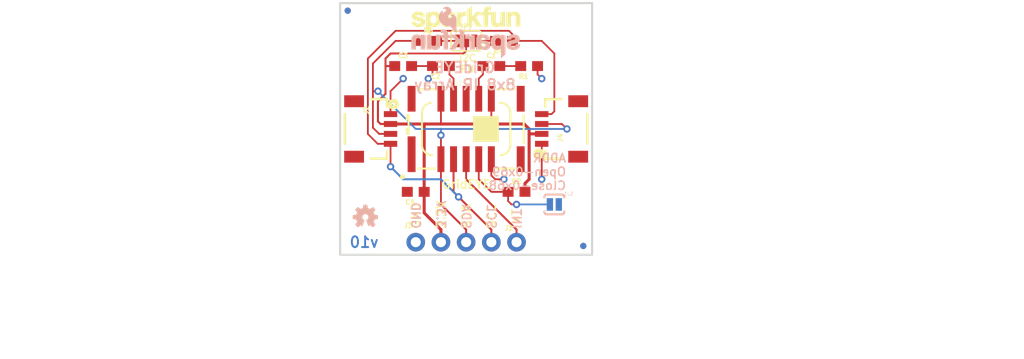
<source format=kicad_pcb>
(kicad_pcb (version 20211014) (generator pcbnew)
  (layers (0 "F.Cu" signal) (31 "B.Cu" signal) (34 "B.Paste" user) (35 "F.Paste" user) (36 "B.SilkS" user "B.Silkscreen") (37 "F.SilkS" user "F.Silkscreen") (38 "B.Mask" user) (39 "F.Mask" user) (44 "Edge.Cuts" user))
  (net 0 "")
  (net 1 "3.3V")
  (net 2 "GND")
  (net 3 "SCL")
  (net 4 "SDA")
  (net 5 "ADDR")
  (net 6 "N$1")
  (net 7 "N$2")
  (net 8 "INT")
  (net 9 "N$3")
  (net 10 "N$4")
  (net 11 "N$5")
  (footprint "boardEagle:SMT-JUMPER_3_2-NC_PASTE_SILK" (layer "F.Cu") (at 148.5011 96.1136)
    (fp_text reference "JP7" (at 0 -1.143) (layer "F.SilkS") (effects (font (size 0.48768 0.48768) (thickness 0.12192)) (justify bottom)))
    (fp_text value "")
    (pad "1" smd rect (at -0.8128 0) (size 0.635 1.27) (layers "F.Cu" "F.Mask") (net 6 "N$1"))
    (pad "2" smd rect (at 0 0) (size 0.635 1.27) (layers "F.Cu" "F.Mask") (net 1 "3.3V"))
    (pad "3" smd rect (at 0.8128 0) (size 0.635 1.27) (layers "F.Cu" "F.Mask") (net 7 "N$2"))
  )
  (footprint "boardEagle:0603" (layer "F.Cu") (at 143.4211 111.3536 180)
    (fp_text reference "C4" (at 0 -0.762 180) (layer "F.SilkS") (effects (font (size 0.48768 0.48768) (thickness 0.12192)) (justify right top)))
    (fp_text value "0.1uF")
    (pad "1" smd rect (at -0.85 0 180) (size 1.1 1) (layers "F.Cu" "F.Paste" "F.Mask") (net 1 "3.3V"))
    (pad "2" smd rect (at 0.85 0 180) (size 1.1 1) (layers "F.Cu" "F.Paste" "F.Mask") (net 2 "GND"))
  )
  (footprint "boardEagle:MICRO-FIDUCIAL" (layer "F.Cu") (at 160.3121 116.8146)
    (fp_text reference "JP2" hide)
    (fp_text value "FIDUCIALUFIDUCIAL" hide)
    (pad "1" smd roundrect (at 0 0) (size 0.635 0.635) (layers "F.Cu" "F.Mask") (roundrect_rratio 0.5))
  )
  (footprint "boardEagle:CREATIVE_COMMONS" (layer "F.Cu") (at 121.8311 125.3236)
    (fp_text reference "FRAME1" hide)
    (fp_text value "FRAME-LETTER" hide)
  )
  (footprint "boardEagle:0603" (layer "F.Cu") (at 152.3111 96.1136 180)
    (fp_text reference "R4" (at 0 -0.762 180) (layer "F.SilkS") (effects (font (size 0.48768 0.48768) (thickness 0.12192)) (justify right top)))
    (fp_text value "4.7k")
    (pad "1" smd rect (at -0.85 0 180) (size 1.1 1) (layers "F.Cu" "F.Paste" "F.Mask") (net 3 "SCL"))
    (pad "2" smd rect (at 0.85 0 180) (size 1.1 1) (layers "F.Cu" "F.Paste" "F.Mask") (net 7 "N$2"))
  )
  (footprint "boardEagle:1X01_NO_SILK" (layer "F.Cu") (at 153.5811 116.4336)
    (fp_text reference "J1" (at -1.27 -1.143) (layer "F.SilkS") (effects (font (size 0.48768 0.48768) (thickness 0.12192)) (justify left bottom)))
    (fp_text value "")
    (pad "1" thru_hole circle (at 0 0 90) (size 1.8796 1.8796) (drill 1.016) (layers *.Cu *.Mask) (net 8 "INT"))
  )
  (footprint "boardEagle:0603" (layer "F.Cu") (at 142.1511 98.6536)
    (fp_text reference "C3" (at 0 -0.762) (layer "F.SilkS") (effects (font (size 0.48768 0.48768) (thickness 0.12192)) (justify bottom)))
    (fp_text value "10uF")
    (pad "1" smd rect (at -0.85 0) (size 1.1 1) (layers "F.Cu" "F.Paste" "F.Mask") (net 1 "3.3V"))
    (pad "2" smd rect (at 0.85 0) (size 1.1 1) (layers "F.Cu" "F.Paste" "F.Mask") (net 2 "GND"))
  )
  (footprint "boardEagle:GRIDEYE-AMG88" (layer "F.Cu") (at 148.5011 105.0036)
    (fp_text reference "U2" (at -1.2 -4.4) (layer "F.SilkS") (effects (font (size 0.373888 0.373888) (thickness 0.032512)) (justify left bottom)))
    (fp_text value "GRIDEYE")
    (pad "1" smd rect (at -5.5 2.55) (size 0.8 3.6) (layers "F.Cu" "F.Paste" "F.Mask"))
    (pad "2" smd rect (at -2.54 3.05) (size 0.7 2.6) (layers "F.Cu" "F.Paste" "F.Mask") (net 4 "SDA"))
    (pad "3" smd rect (at -1.27 3.05) (size 0.7 2.6) (layers "F.Cu" "F.Paste" "F.Mask") (net 3 "SCL"))
    (pad "4" smd rect (at 0 3.05) (size 0.7 2.6) (layers "F.Cu" "F.Paste" "F.Mask") (net 8 "INT"))
    (pad "5" smd rect (at 1.27 3.05) (size 0.7 2.6) (layers "F.Cu" "F.Paste" "F.Mask") (net 5 "ADDR"))
    (pad "6" smd rect (at 2.54 3.05) (size 0.7 2.6) (layers "F.Cu" "F.Paste" "F.Mask") (net 2 "GND"))
    (pad "7" smd rect (at 5.5 3.05) (size 0.8 2.6) (layers "F.Cu" "F.Paste" "F.Mask"))
    (pad "8" smd rect (at 5.5 -3.05) (size 0.8 2.6) (layers "F.Cu" "F.Paste" "F.Mask"))
    (pad "9" smd rect (at 2.54 -3.05 180) (size 0.7 2.6) (layers "F.Cu" "F.Paste" "F.Mask") (net 1 "3.3V"))
    (pad "10" smd rect (at 1.27 -3.05 180) (size 0.7 2.6) (layers "F.Cu" "F.Paste" "F.Mask") (net 10 "N$4"))
    (pad "11" smd rect (at 0 -3.05 180) (size 0.7 2.6) (layers "F.Cu" "F.Paste" "F.Mask"))
    (pad "12" smd rect (at -1.27 -3.05 180) (size 0.7 2.6) (layers "F.Cu" "F.Paste" "F.Mask") (net 9 "N$3"))
    (pad "13" smd rect (at -2.54 -3.05 180) (size 0.7 2.6) (layers "F.Cu" "F.Paste" "F.Mask") (net 1 "3.3V"))
    (pad "14" smd rect (at -5.5 -3.05) (size 0.8 2.6) (layers "F.Cu" "F.Paste" "F.Mask"))
  )
  (footprint "boardEagle:0603" (layer "F.Cu") (at 145.9611 98.6536 180)
    (fp_text reference "C2" (at 0 -0.762 180) (layer "F.SilkS") (effects (font (size 0.48768 0.48768) (thickness 0.12192)) (justify right top)))
    (fp_text value "2.2uF")
    (pad "1" smd rect (at -0.85 0 180) (size 1.1 1) (layers "F.Cu" "F.Paste" "F.Mask") (net 9 "N$3"))
    (pad "2" smd rect (at 0.85 0 180) (size 1.1 1) (layers "F.Cu" "F.Paste" "F.Mask") (net 2 "GND"))
  )
  (footprint "boardEagle:MICRO-FIDUCIAL" (layer "F.Cu") (at 136.5631 93.0656)
    (fp_text reference "JP6" hide)
    (fp_text value "FIDUCIALUFIDUCIAL" hide)
    (pad "1" smd roundrect (at 0 0) (size 0.635 0.635) (layers "F.Cu" "F.Mask") (roundrect_rratio 0.5))
  )
  (footprint "boardEagle:1X04_1MM_RA" (layer "F.Cu") (at 156.1211 105.0036 90)
    (fp_text reference "J4" (at -1.397 2.159 90) (layer "F.SilkS") (effects (font (size 0.48768 0.48768) (thickness 0.12192)) (justify left bottom)))
    (fp_text value "SMD")
    (pad "1" smd rect (at -1.5 0 90) (size 0.6 1.35) (layers "F.Cu" "F.Paste" "F.Mask") (net 2 "GND"))
    (pad "2" smd rect (at -0.5 0 90) (size 0.6 1.35) (layers "F.Cu" "F.Paste" "F.Mask") (net 1 "3.3V"))
    (pad "3" smd rect (at 0.5 0 90) (size 0.6 1.35) (layers "F.Cu" "F.Paste" "F.Mask") (net 4 "SDA"))
    (pad "4" smd rect (at 1.5 0 90) (size 0.6 1.35) (layers "F.Cu" "F.Paste" "F.Mask") (net 3 "SCL"))
    (pad "NC1" smd rect (at 2.8 3.675 90) (size 1.2 2) (layers "F.Cu" "F.Paste" "F.Mask"))
    (pad "NC2" smd rect (at -2.8 3.675 90) (size 1.2 2) (layers "F.Cu" "F.Paste" "F.Mask"))
  )
  (footprint "boardEagle:REVISION" (layer "F.Cu") (at 133.2611 127.8636)
    (fp_text reference "LOGO2" hide)
    (fp_text value "REVISION" hide)
  )
  (footprint "boardEagle:1X04_NO_SILK" (layer "F.Cu") (at 143.4211 116.4336)
    (fp_text reference "J3" (at -1.27 -1.397) (layer "F.SilkS") (effects (font (size 0.48768 0.48768) (thickness 0.12192)) (justify left bottom)))
    (fp_text value "PTH")
    (pad "1" thru_hole circle (at 0 0 90) (size 1.8796 1.8796) (drill 1.016) (layers *.Cu *.Mask) (net 2 "GND"))
    (pad "2" thru_hole circle (at 2.54 0 90) (size 1.8796 1.8796) (drill 1.016) (layers *.Cu *.Mask) (net 1 "3.3V"))
    (pad "3" thru_hole circle (at 5.08 0 90) (size 1.8796 1.8796) (drill 1.016) (layers *.Cu *.Mask) (net 4 "SDA"))
    (pad "4" thru_hole circle (at 7.62 0 90) (size 1.8796 1.8796) (drill 1.016) (layers *.Cu *.Mask) (net 3 "SCL"))
  )
  (footprint "boardEagle:STAND-OFF" (layer "F.Cu") (at 138.3411 94.8436)
    (fp_text reference "JP3" hide)
    (fp_text value "STAND-OFF" hide)
    (pad "" np_thru_hole circle (at 0 0) (size 3.302 3.302) (drill 3.302) (layers *.Cu *.Mask))
  )
  (footprint "boardEagle:0603" (layer "F.Cu") (at 154.8511 98.6536 180)
    (fp_text reference "R1" (at 0 -0.762 180) (layer "F.SilkS") (effects (font (size 0.48768 0.48768) (thickness 0.12192)) (justify right top)))
    (fp_text value "20")
    (pad "1" smd rect (at -0.85 0 180) (size 1.1 1) (layers "F.Cu" "F.Paste" "F.Mask") (net 2 "GND"))
    (pad "2" smd rect (at 0.85 0 180) (size 1.1 1) (layers "F.Cu" "F.Paste" "F.Mask") (net 11 "N$5"))
  )
  (footprint "boardEagle:0603" (layer "F.Cu") (at 151.0411 98.6536)
    (fp_text reference "C1" (at 0 -0.762) (layer "F.SilkS") (effects (font (size 0.48768 0.48768) (thickness 0.12192)) (justify bottom)))
    (fp_text value "1.0uF")
    (pad "1" smd rect (at -0.85 0) (size 1.1 1) (layers "F.Cu" "F.Paste" "F.Mask") (net 10 "N$4"))
    (pad "2" smd rect (at 0.85 0) (size 1.1 1) (layers "F.Cu" "F.Paste" "F.Mask") (net 11 "N$5"))
  )
  (footprint "boardEagle:1X04_1MM_RA" (layer "F.Cu") (at 140.8811 105.0036 -90)
    (fp_text reference "J2" (at -1.397 2.159 -90) (layer "F.SilkS") (effects (font (size 0.48768 0.48768) (thickness 0.12192)) (justify left bottom)))
    (fp_text value "SMD")
    (pad "1" smd rect (at -1.5 0 270) (size 0.6 1.35) (layers "F.Cu" "F.Paste" "F.Mask") (net 2 "GND"))
    (pad "2" smd rect (at -0.5 0 270) (size 0.6 1.35) (layers "F.Cu" "F.Paste" "F.Mask") (net 1 "3.3V"))
    (pad "3" smd rect (at 0.5 0 270) (size 0.6 1.35) (layers "F.Cu" "F.Paste" "F.Mask") (net 4 "SDA"))
    (pad "4" smd rect (at 1.5 0 270) (size 0.6 1.35) (layers "F.Cu" "F.Paste" "F.Mask") (net 3 "SCL"))
    (pad "NC1" smd rect (at 2.8 3.675 270) (size 1.2 2) (layers "F.Cu" "F.Paste" "F.Mask"))
    (pad "NC2" smd rect (at -2.8 3.675 270) (size 1.2 2) (layers "F.Cu" "F.Paste" "F.Mask"))
  )
  (footprint "boardEagle:0603" (layer "F.Cu") (at 153.5811 111.3536)
    (fp_text reference "R2" (at 0 -0.762) (layer "F.SilkS") (effects (font (size 0.48768 0.48768) (thickness 0.12192)) (justify bottom)))
    (fp_text value "10k")
    (pad "1" smd rect (at -0.85 0) (size 1.1 1) (layers "F.Cu" "F.Paste" "F.Mask") (net 5 "ADDR"))
    (pad "2" smd rect (at 0.85 0) (size 1.1 1) (layers "F.Cu" "F.Paste" "F.Mask") (net 1 "3.3V"))
  )
  (footprint "boardEagle:STAND-OFF" (layer "F.Cu") (at 158.6611 94.8436)
    (fp_text reference "JP4" hide)
    (fp_text value "STAND-OFF" hide)
    (pad "" np_thru_hole circle (at 0 0) (size 3.302 3.302) (drill 3.302) (layers *.Cu *.Mask))
  )
  (footprint "boardEagle:SFE_LOGO_NAME_.1" (layer "F.Cu") (at 142.5321 95.9866)
    (fp_text reference "U$1" hide)
    (fp_text value "SFE_LOGO_NAME.1_INCH" hide)
  )
  (footprint "boardEagle:0603" (layer "F.Cu") (at 144.6911 96.1136)
    (fp_text reference "R5" (at 0 -0.762) (layer "F.SilkS") (effects (font (size 0.48768 0.48768) (thickness 0.12192)) (justify bottom)))
    (fp_text value "4.7k")
    (pad "1" smd rect (at -0.85 0) (size 1.1 1) (layers "F.Cu" "F.Paste" "F.Mask") (net 4 "SDA"))
    (pad "2" smd rect (at 0.85 0) (size 1.1 1) (layers "F.Cu" "F.Paste" "F.Mask") (net 6 "N$1"))
  )
  (footprint "boardEagle:MICRO-FIDUCIAL" (layer "B.Cu") (at 136.5631 93.0656 180)
    (fp_text reference "JP5" hide)
    (fp_text value "FIDUCIALUFIDUCIAL" hide)
    (pad "1" smd roundrect (at 0 0 180) (size 0.635 0.635) (layers "B.Cu" "B.Mask") (roundrect_rratio 0.5))
  )
  (footprint "boardEagle:SJ_2S-NO" (layer "B.Cu") (at 157.3911 112.6236 180)
    (fp_text reference "SJ1" (at -0.908 1.27) (layer "B.SilkS") (effects (font (size 0.373888 0.373888) (thickness 0.032512)) (justify right top mirror)))
    (fp_text value "")
    (pad "1" smd rect (at -0.45 0 180) (size 0.635 1.27) (layers "B.Cu" "B.Mask") (net 2 "GND"))
    (pad "2" smd rect (at 0.45 0 180) (size 0.635 1.27) (layers "B.Cu" "B.Mask") (net 5 "ADDR"))
  )
  (footprint "boardEagle:MICRO-FIDUCIAL" (layer "B.Cu") (at 160.3121 116.8146 180)
    (fp_text reference "JP1" hide)
    (fp_text value "FIDUCIALUFIDUCIAL" hide)
    (pad "1" smd roundrect (at 0 0 180) (size 0.635 0.635) (layers "B.Cu" "B.Mask") (roundrect_rratio 0.5))
  )
  (footprint "boardEagle:SFE_LOGO_NAME_FLAME_.1" (layer "B.Cu") (at 154.3431 97.8916 180)
    (fp_text reference "U$2" hide)
    (fp_text value "SFE_LOGO_NAME_FLAME.1_INCH" hide)
  )
  (footprint "boardEagle:OSHW-LOGO-MINI" (layer "B.Cu") (at 138.3411 113.8936 180)
    (fp_text reference "LOGO1" hide)
    (fp_text value "OSHW-LOGOMINI" hide)
  )
  (gr_line (start 161.2011 117.7036) (end 135.8011 117.7036) (layer "Edge.Cuts") (width 0.2032))
  (gr_line (start 161.2011 92.3036) (end 161.2011 117.7036) (layer "Edge.Cuts") (width 0.2032))
  (gr_line (start 135.8011 117.7036) (end 135.8011 92.3036) (layer "Edge.Cuts") (width 0.2032))
  (gr_line (start 135.8011 92.3036) (end 161.2011 92.3036) (layer "Edge.Cuts") (width 0.2032))
  (gr_text "v10" (at 138.2141 116.4336) (layer "B.Cu") (effects (font (size 1.0795 1.0795) (thickness 0.1905)) (justify mirror)))
  (gr_text "GND" (at 143.4211 115.1636 -90) (layer "B.SilkS") (effects (font (size 0.8636 0.8636) (thickness 0.1524)) (justify left mirror)))
  (gr_text "3.3V" (at 145.9611 115.1636 -90) (layer "B.SilkS") (effects (font (size 0.8636 0.8636) (thickness 0.1524)) (justify left mirror)))
  (gr_text "SCL" (at 151.0411 115.1636 -90) (layer "B.SilkS") (effects (font (size 0.8636 0.8636) (thickness 0.1524)) (justify left mirror)))
  (gr_text "ADDR\nOpen-0x69\nClose-0x68" (at 158.6611 111.2266) (layer "B.SilkS") (effects (font (size 0.8636 0.8636) (thickness 0.1524)) (justify left bottom mirror)))
  (gr_text "INT" (at 153.5811 115.1636 -90) (layer "B.SilkS") (effects (font (size 0.8636 0.8636) (thickness 0.1524)) (justify left mirror)))
  (gr_text "SDA" (at 148.5011 115.1636 -90) (layer "B.SilkS") (effects (font (size 0.8636 0.8636) (thickness 0.1524)) (justify left mirror)))
  (gr_text "GridEYE\n8x8 IR Array" (at 148.3741 99.6696) (layer "B.SilkS") (effects (font (size 1.0795 1.0795) (thickness 0.1905)) (justify mirror)))
  (gr_text "3.3V" (at 145.9611 115.1636 90) (layer "F.SilkS") (effects (font (size 0.8636 0.8636) (thickness 0.1524)) (justify left)))
  (gr_text "GND" (at 143.4211 115.1636 90) (layer "F.SilkS") (effects (font (size 0.8636 0.8636) (thickness 0.1524)) (justify left)))
  (gr_text "INT" (at 153.5811 115.1636 90) (layer "F.SilkS") (effects (font (size 0.8636 0.8636) (thickness 0.1524)) (justify left)))
  (gr_text "SDA" (at 148.5011 115.1636 90) (layer "F.SilkS") (effects (font (size 0.8636 0.8636) (thickness 0.1524)) (justify left)))
  (gr_text "GridEYE" (at 148.5011 110.5916) (layer "F.SilkS") (effects (font (size 0.8636 0.8636) (thickness 0.1524))))
  (gr_text "SCL" (at 151.0411 115.1636 90) (layer "F.SilkS") (effects (font (size 0.8636 0.8636) (thickness 0.1524)) (justify left)))
  (gr_text "I2C\nPU" (at 148.6281 98.3996) (layer "F.SilkS") (effects (font (size 0.69088 0.69088) (thickness 0.12192))))
  (segment (start 145.9611 104.5036) (end 145.9611 101.9536) (width 0.1778) (layer "F.Cu") (net 1))
  (segment (start 145.9611 116.4336) (end 145.9611 115.1636) (width 0.3048) (layer "F.Cu") (net 1))
  (segment (start 140.8731 104.4956) (end 140.8811 104.5036) (width 0.1778) (layer "F.Cu") (net 1))
  (segment (start 145.9611 104.5036) (end 151.0411 104.5036) (width 0.3048) (layer "F.Cu") (net 1))
  (segment (start 144.2711 111.3536) (end 144.2711 104.5426) (width 0.3048) (layer "F.Cu") (net 1))
  (segment (start 154.4311 111.3536) (end 154.4311 110.5036) (width 0.3048) (layer "F.Cu") (net 1))
  (segment (start 154.3511 104.5036) (end 154.8511 105.0036) (width 0.3048) (layer "F.Cu") (net 1))
  (segment (start 154.8591 105.5036) (end 154.8511 105.5116) (width 0.1778) (layer "F.Cu") (net 1))
  (segment (start 151.0411 104.5036) (end 154.3511 104.5036) (width 0.3048) (layer "F.Cu") (net 1))
  (segment (start 140.8811 104.5036) (end 144.3101 104.5036) (width 0.3048) (layer "F.Cu") (net 1))
  (segment (start 144.2711 104.5426) (end 144.3101 104.5036) (width 0.1778) (layer "F.Cu") (net 1))
  (segment (start 144.3101 104.5036) (end 145.9611 104.5036) (width 0.3048) (layer "F.Cu") (net 1))
  (segment (start 139.6111 102.2096) (end 140.3731 101.4476) (width 0.2032) (layer "F.Cu") (net 1))
  (segment (start 148.5011 96.1136) (end 148.5011 97.1296) (width 0.1778) (layer "F.Cu") (net 1))
  (segment (start 140.8811 104.5036) (end 139.8731 104.5036) (width 0.2032) (layer "F.Cu") (net 1))
  (segment (start 139.8731 104.5036) (end 139.6111 104.2416) (width 0.2032) (layer "F.Cu") (net 1))
  (segment (start 148.2471 97.3836) (end 141.8971 97.3836) (width 0.1778) (layer "F.Cu") (net 1))
  (segment (start 144.2711 111.3536) (end 144.2711 113.4736) (width 0.3048) (layer "F.Cu") (net 1))
  (segment (start 139.6111 104.2416) (end 139.6111 102.2096) (width 0.2032) (layer "F.Cu") (net 1))
  (segment (start 145.9611 115.1636) (end 144.2711 113.4736) (width 0.3048) (layer "F.Cu") (net 1))
  (segment (start 148.5011 97.1296) (end 148.2471 97.3836) (width 0.2032) (layer "F.Cu") (net 1))
  (segment (start 140.3731 101.4476) (end 140.3731 98.6536) (width 0.2032) (layer "F.Cu") (net 1))
  (segment (start 141.3011 98.6536) (end 140.3731 98.6536) (width 0.2032) (layer "F.Cu") (net 1))
  (segment (start 140.3731 98.6536) (end 140.3731 97.8916) (width 0.2032) (layer "F.Cu") (net 1))
  (segment (start 154.8511 105.5116) (end 154.8511 105.0036) (width 0.3048) (layer "F.Cu") (net 1))
  (segment (start 156.1211 105.5036) (end 154.8591 105.5036) (width 0.3048) (layer "F.Cu") (net 1))
  (segment (start 140.8811 97.3836) (end 141.8971 97.3836) (width 0.2032) (layer "F.Cu") (net 1))
  (segment (start 154.4311 110.5036) (end 154.8511 110.0836) (width 0.3048) (layer "F.Cu") (net 1))
  (segment (start 151.0411 101.9536) (end 151.0411 104.5036) (width 0.1778) (layer "F.Cu") (net 1))
  (segment (start 154.8511 110.0836) (end 154.8511 105.5116) (width 0.3048) (layer "F.Cu") (net 1))
  (segment (start 140.3731 97.8916) (end 140.8811 97.3836) (width 0.2032) (layer "F.Cu") (net 1))
  (segment (start 156.1211 106.5036) (end 156.1211 110.0836) (width 0.1778) (layer "F.Cu") (net 2))
  (segment (start 145.1111 99.5036) (end 144.6911 99.9236) (width 0.1778) (layer "F.Cu") (net 2))
  (segment (start 155.7011 99.5036) (end 156.1211 99.9236) (width 0.1778) (layer "F.Cu") (net 2))
  (segment (start 140.8811 101.1936) (end 142.1511 99.9236) (width 0.1778) (layer "F.Cu") (net 2))
  (segment (start 151.4221 110.0836) (end 152.3111 110.0836) (width 0.1778) (layer "F.Cu") (net 2))
  (segment (start 145.1111 98.6536) (end 145.1111 99.5036) (width 0.1778) (layer "F.Cu") (net 2))
  (segment (start 143.0011 98.6536) (end 145.1111 98.6536) (width 0.1778) (layer "F.Cu") (net 2))
  (segment (start 155.7011 98.6536) (end 155.7011 99.5036) (width 0.1778) (layer "F.Cu") (net 2))
  (segment (start 151.0411 108.0536) (end 151.0411 109.7026) (width 0.1778) (layer "F.Cu") (net 2))
  (segment (start 140.8811 103.5036) (end 140.8811 101.1936) (width 0.1778) (layer "F.Cu") (net 2))
  (segment (start 151.0411 109.7026) (end 151.4221 110.0836) (width 0.1778) (layer "F.Cu") (net 2))
  (via (at 156.1211 99.9236) (size 0.7366) (drill 0.381) (layers "F.Cu" "B.Cu") (net 2))
  (via (at 156.1211 110.0836) (size 0.7366) (drill 0.381) (layers "F.Cu" "B.Cu") (net 2))
  (via (at 144.6911 99.9236) (size 0.7366) (drill 0.381) (layers "F.Cu" "B.Cu") (net 2))
  (via (at 142.1511 99.9236) (size 0.7366) (drill 0.381) (layers "F.Cu" "B.Cu") (net 2))
  (via (at 152.3111 110.0836) (size 0.7366) (drill 0.381) (layers "F.Cu" "B.Cu") (net 2))
  (segment (start 152.8191 95.0976) (end 141.3891 95.0976) (width 0.1778) (layer "F.Cu") (net 3))
  (segment (start 153.1611 96.1136) (end 156.1211 96.1136) (width 0.1778) (layer "F.Cu") (net 3))
  (segment (start 156.1211 96.1136) (end 157.3911 97.3836) (width 0.1778) (layer "F.Cu") (net 3))
  (segment (start 157.3911 103.2256) (end 157.1131 103.5036) (width 0.1778) (layer "F.Cu") (net 3))
  (segment (start 140.8811 106.5036) (end 139.5871 106.5036) (width 0.1778) (layer "F.Cu") (net 3))
  (segment (start 138.5951 97.8916) (end 141.3891 95.0976) (width 0.1778) (layer "F.Cu") (net 3))
  (segment (start 153.1611 96.1136) (end 153.1611 95.4396) (width 0.1778) (layer "F.Cu") (net 3))
  (segment (start 147.2311 108.0536) (end 147.2311 111.3536) (width 0.2032) (layer "F.Cu") (net 3))
  (segment (start 138.5951 105.5116) (end 139.5871 106.5036) (width 0.1778) (layer "F.Cu") (net 3))
  (segment (start 138.5951 97.8916) (end 138.5951 105.5116) (width 0.1778) (layer "F.Cu") (net 3))
  (segment (start 147.2311 111.3536) (end 147.7391 111.8616) (width 0.2032) (layer "F.Cu") (net 3))
  (segment (start 153.1611 95.4396) (end 152.8191 95.0976) (width 0.1778) (layer "F.Cu") (net 3))
  (segment (start 156.1211 103.5036) (end 157.1131 103.5036) (width 0.1778) (layer "F.Cu") (net 3))
  (segment (start 151.0411 115.1636) (end 147.7391 111.8616) (width 0.2032) (layer "F.Cu") (net 3))
  (segment (start 151.0411 116.4336) (end 151.0411 115.1636) (width 0.2032) (layer "F.Cu") (net 3))
  (segment (start 157.3911 97.3836) (end 157.3911 103.2256) (width 0.1778) (layer "F.Cu") (net 3))
  (segment (start 140.8811 106.5036) (end 140.8811 108.8136) (width 0.1778) (layer "F.Cu") (net 3))
  (via (at 147.7391 111.8616) (size 0.7366) (drill 0.381) (layers "F.Cu" "B.Cu") (net 3))
  (via (at 140.8811 108.8136) (size 0.7366) (drill 0.381) (layers "F.Cu" "B.Cu") (net 3))
  (segment (start 140.8811 108.8136) (end 142.1511 110.0836) (width 0.2032) (layer "B.Cu") (net 3))
  (segment (start 142.1511 110.0836) (end 145.9611 110.0836) (width 0.2032) (layer "B.Cu") (net 3))
  (segment (start 145.9611 110.0836) (end 147.7391 111.8616) (width 0.2032) (layer "B.Cu") (net 3))
  (segment (start 139.7461 105.5036) (end 139.7381 105.5116) (width 0.1778) (layer "F.Cu") (net 4))
  (segment (start 148.5011 115.1636) (end 145.9611 112.6236) (width 0.2032) (layer "F.Cu") (net 4))
  (segment (start 140.8731 105.5116) (end 140.8811 105.5036) (width 0.1778) (layer "F.Cu") (net 4))
  (segment (start 139.1031 104.8766) (end 139.7381 105.5116) (width 0.1778) (layer "F.Cu") (net 4))
  (segment (start 145.9611 105.6386) (end 145.9611 105.5036) (width 0.1778) (layer "F.Cu") (net 4))
  (segment (start 156.1211 104.5036) (end 158.1611 104.5036) (width 0.1778) (layer "F.Cu") (net 4))
  (segment (start 139.1031 98.3996) (end 139.1031 101.1936) (width 0.1778) (layer "F.Cu") (net 4))
  (segment (start 140.8811 105.5036) (end 139.7461 105.5036) (width 0.1778) (layer "F.Cu") (net 4))
  (segment (start 145.9611 105.6386) (end 145.9611 108.0536) (width 0.1778) (layer "F.Cu") (net 4))
  (segment (start 158.1611 104.5036) (end 158.6611 105.0036) (width 0.1778) (layer "F.Cu") (net 4))
  (segment (start 139.1031 101.1936) (end 139.1031 104.8766) (width 0.1778) (layer "F.Cu") (net 4))
  (segment (start 139.6111 101.1936) (end 139.1031 101.1936) (width 0.1778) (layer "F.Cu") (net 4))
  (segment (start 145.9611 108.0536) (end 145.9611 112.6236) (width 0.1778) (layer "F.Cu") (net 4))
  (segment (start 139.1031 98.3996) (end 141.3891 96.1136) (width 0.1778) (layer "F.Cu") (net 4))
  (segment (start 148.5011 116.4336) (end 148.5011 115.1636) (width 0.2032) (layer "F.Cu") (net 4))
  (segment (start 143.8411 96.1136) (end 141.3891 96.1136) (width 0.1778) (layer "F.Cu") (net 4))
  (via (at 145.9611 105.6386) (size 0.7366) (drill 0.381) (layers "F.Cu" "B.Cu") (net 4))
  (via (at 158.6611 105.0036) (size 0.7366) (drill 0.381) (layers "F.Cu" "B.Cu") (net 4))
  (via (at 139.6111 101.1936) (size 0.7366) (drill 0.381) (layers "F.Cu" "B.Cu") (net 4))
  (segment (start 145.9611 105.6386) (end 145.9611 105.0036) (width 0.1778) (layer "B.Cu") (net 4))
  (segment (start 158.6611 105.0036) (end 145.9611 105.0036) (width 0.1778) (layer "B.Cu") (net 4))
  (segment (start 143.4211 105.0036) (end 139.6111 101.1936) (width 0.1778) (layer "B.Cu") (net 4))
  (segment (start 145.9611 105.0036) (end 143.4211 105.0036) (width 0.1778) (layer "B.Cu") (net 4))
  (segment (start 152.7311 112.2816) (end 153.0731 112.6236) (width 0.1778) (layer "F.Cu") (net 5))
  (segment (start 149.7711 110.0836) (end 151.0411 111.3536) (width 0.1778) (layer "F.Cu") (net 5))
  (segment (start 152.7311 111.3536) (end 152.7311 112.2816) (width 0.1778) (layer "F.Cu") (net 5))
  (segment (start 149.7711 108.0536) (end 149.7711 110.0836) (width 0.1778) (layer "F.Cu") (net 5))
  (segment (start 151.0411 111.3536) (end 152.7311 111.3536) (width 0.1778) (layer "F.Cu") (net 5))
  (segment (start 153.0731 112.6236) (end 153.5811 112.6236) (width 0.1778) (layer "F.Cu") (net 5))
  (via (at 153.5811 112.6236) (size 0.7366) (drill 0.381) (layers "F.Cu" "B.Cu") (net 5))
  (segment (start 156.9411 112.6236) (end 153.5811 112.6236) (width 0.1778) (layer "B.Cu") (net 5))
  (segment (start 145.5411 96.1136) (end 147.6883 96.1136) (width 0.1778) (layer "F.Cu") (net 6))
  (segment (start 149.3139 96.1136) (end 151.4611 96.1136) (width 0.1778) (layer "F.Cu") (net 7))
  (segment (start 148.5011 108.0536) (end 148.5011 110.0836) (width 0.1778) (layer "F.Cu") (net 8))
  (segment (start 153.5811 115.1636) (end 153.5811 116.4336) (width 0.2032) (layer "F.Cu") (net 8))
  (segment (start 148.5011 110.0836) (end 153.5811 115.1636) (width 0.2032) (layer "F.Cu") (net 8))
  (segment (start 147.2311 101.9536) (end 147.2311 99.9236) (width 0.1778) (layer "F.Cu") (net 9))
  (segment (start 146.8111 98.6536) (end 146.8111 99.5036) (width 0.1778) (layer "F.Cu") (net 9))
  (segment (start 146.8111 99.5036) (end 147.2311 99.9236) (width 0.1778) (layer "F.Cu") (net 9))
  (segment (start 150.1911 98.6536) (end 150.1911 99.5036) (width 0.1778) (layer "F.Cu") (net 10))
  (segment (start 150.1911 99.5036) (end 149.7711 99.9236) (width 0.1778) (layer "F.Cu") (net 10))
  (segment (start 149.7711 101.9536) (end 149.7711 99.9236) (width 0.1778) (layer "F.Cu") (net 10))
  (segment (start 154.0011 98.6536) (end 151.8911 98.6536) (width 0.1778) (layer "F.Cu") (net 11))
)
</source>
